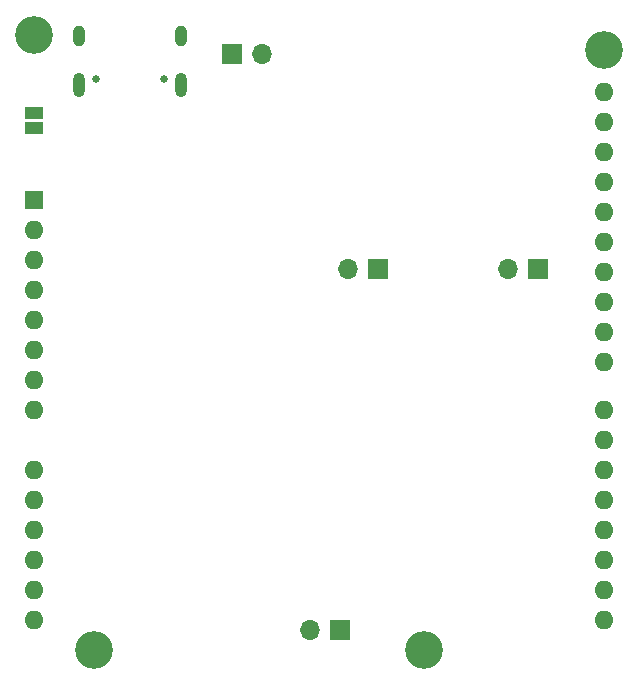
<source format=gbs>
G04 #@! TF.GenerationSoftware,KiCad,Pcbnew,8.0.6*
G04 #@! TF.CreationDate,2024-11-01T18:46:05+01:00*
G04 #@! TF.ProjectId,esp32s3board,65737033-3273-4336-926f-6172642e6b69,A*
G04 #@! TF.SameCoordinates,Original*
G04 #@! TF.FileFunction,Soldermask,Bot*
G04 #@! TF.FilePolarity,Negative*
%FSLAX46Y46*%
G04 Gerber Fmt 4.6, Leading zero omitted, Abs format (unit mm)*
G04 Created by KiCad (PCBNEW 8.0.6) date 2024-11-01 18:46:05*
%MOMM*%
%LPD*%
G01*
G04 APERTURE LIST*
%ADD10R,1.700000X1.700000*%
%ADD11O,1.700000X1.700000*%
%ADD12C,0.650000*%
%ADD13O,1.000000X2.100000*%
%ADD14O,1.000000X1.800000*%
%ADD15R,1.500000X1.000000*%
%ADD16C,3.200000*%
%ADD17R,1.600000X1.600000*%
%ADD18O,1.600000X1.600000*%
G04 APERTURE END LIST*
D10*
X96774000Y-38735000D03*
D11*
X99314000Y-38735000D03*
D10*
X105918000Y-87503000D03*
D11*
X103378000Y-87503000D03*
D12*
X91028000Y-40832000D03*
X85248000Y-40832000D03*
D13*
X92458000Y-41332000D03*
D14*
X92458000Y-37152000D03*
D13*
X83818000Y-41332000D03*
D14*
X83818000Y-37152000D03*
D10*
X109093000Y-56896000D03*
D11*
X106553000Y-56896000D03*
D10*
X122682000Y-56896000D03*
D11*
X120142000Y-56896000D03*
D15*
X80010000Y-43673000D03*
X80010000Y-44973000D03*
D16*
X80010000Y-37084000D03*
X128270000Y-38354000D03*
X113030000Y-89154000D03*
X85090000Y-89154000D03*
D17*
X80010000Y-51054000D03*
D18*
X80010000Y-53594000D03*
X80010000Y-56134000D03*
X80010000Y-58674000D03*
X80010000Y-61214000D03*
X80010000Y-63754000D03*
X80010000Y-66294000D03*
X80010000Y-68834000D03*
X80010000Y-73914000D03*
X80010000Y-76454000D03*
X80010000Y-78994000D03*
X80010000Y-81534000D03*
X80010000Y-84074000D03*
X80010000Y-86614000D03*
X128270000Y-86614000D03*
X128270000Y-84074000D03*
X128270000Y-81534000D03*
X128270000Y-78994000D03*
X128270000Y-76454000D03*
X128270000Y-73914000D03*
X128270000Y-71374000D03*
X128270000Y-68834000D03*
X128270000Y-64774000D03*
X128270000Y-62234000D03*
X128270000Y-59694000D03*
X128270000Y-57154000D03*
X128270000Y-54614000D03*
X128270000Y-52074000D03*
X128270000Y-49534000D03*
X128270000Y-46994000D03*
X128270000Y-44454000D03*
X128270000Y-41914000D03*
M02*

</source>
